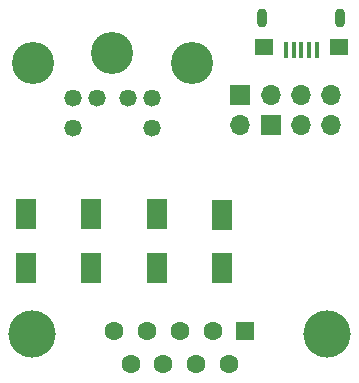
<source format=gbr>
%TF.GenerationSoftware,KiCad,Pcbnew,(5.1.9)-1*%
%TF.CreationDate,2021-05-08T16:45:09+02:00*%
%TF.ProjectId,UPL_Mouse,55504c5f-4d6f-4757-9365-2e6b69636164,rev?*%
%TF.SameCoordinates,Original*%
%TF.FileFunction,Soldermask,Top*%
%TF.FilePolarity,Negative*%
%FSLAX46Y46*%
G04 Gerber Fmt 4.6, Leading zero omitted, Abs format (unit mm)*
G04 Created by KiCad (PCBNEW (5.1.9)-1) date 2021-05-08 16:45:09*
%MOMM*%
%LPD*%
G01*
G04 APERTURE LIST*
%ADD10O,1.700000X1.700000*%
%ADD11R,1.700000X1.700000*%
%ADD12R,1.800000X2.600000*%
%ADD13C,1.470000*%
%ADD14C,3.570000*%
%ADD15R,0.406400X1.346200*%
%ADD16R,1.600200X1.397000*%
%ADD17O,0.914400X1.600200*%
%ADD18C,4.000000*%
%ADD19C,1.600000*%
%ADD20R,1.600000X1.600000*%
G04 APERTURE END LIST*
D10*
%TO.C,J4*%
X144020000Y-103280000D03*
X144020000Y-105820000D03*
X141480000Y-103280000D03*
X141480000Y-105820000D03*
X138940000Y-103280000D03*
D11*
X138940000Y-105820000D03*
%TD*%
D12*
%TO.C,C4*%
X134740000Y-117900000D03*
X134740000Y-113400000D03*
%TD*%
%TO.C,C3*%
X129210000Y-117890000D03*
X129210000Y-113390000D03*
%TD*%
%TO.C,C2*%
X123700000Y-117890000D03*
X123700000Y-113390000D03*
%TD*%
%TO.C,C1*%
X118190000Y-117890000D03*
X118190000Y-113390000D03*
%TD*%
D10*
%TO.C,J5*%
X136260000Y-105800000D03*
D11*
X136260000Y-103260000D03*
%TD*%
D13*
%TO.C,J1*%
X124176000Y-103554000D03*
X126776000Y-103554000D03*
X122126000Y-103554000D03*
X128826000Y-103554000D03*
X122126000Y-106054000D03*
X128826000Y-106054000D03*
D14*
X132236000Y-100554000D03*
X125476000Y-99744000D03*
X118716000Y-100554000D03*
%TD*%
D15*
%TO.C,J3*%
X142778000Y-99432699D03*
X142127999Y-99432699D03*
X141478000Y-99432699D03*
X140828001Y-99432699D03*
X140178000Y-99432699D03*
D16*
X144678001Y-99207699D03*
X138277999Y-99207699D03*
D17*
X144777998Y-96757698D03*
X138178002Y-96757698D03*
%TD*%
D18*
%TO.C,J2*%
X143680000Y-123550000D03*
X118680000Y-123550000D03*
D19*
X127025000Y-126090000D03*
X129795000Y-126090000D03*
X132565000Y-126090000D03*
X135335000Y-126090000D03*
X125640000Y-123250000D03*
X128410000Y-123250000D03*
X131180000Y-123250000D03*
X133950000Y-123250000D03*
D20*
X136720000Y-123250000D03*
%TD*%
M02*

</source>
